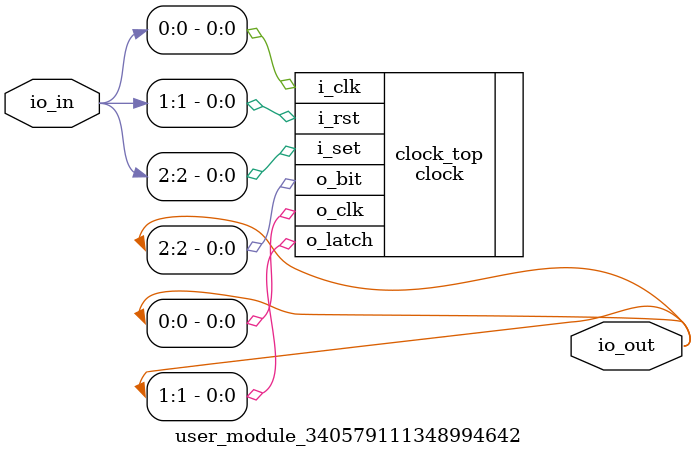
<source format=v>
`default_nettype none

module user_module_340579111348994642(
  input [7:0] io_in, 
  output [7:0] io_out
);

clock clock_top (
    .i_clk(io_in[0]),
    .i_rst(io_in[1]),
    .i_set(io_in[2]),
    .o_clk(io_out[0]),
    .o_latch(io_out[1]),
    .o_bit(io_out[2])
);

endmodule
</source>
